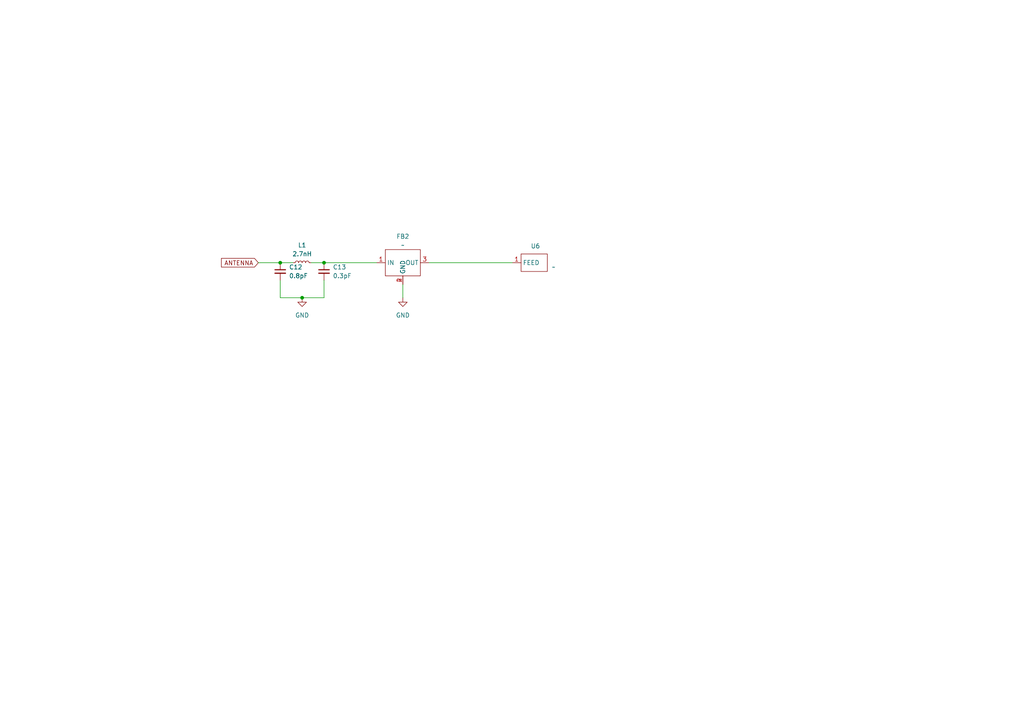
<source format=kicad_sch>
(kicad_sch (version 20250114) (generator "eeschema") (generator_version "9.0")
  (paper "A4")
  (lib_symbols
    (symbol "DLF162500LT-5028A1:LOWPASS"
      (property "Reference" "FB" (at 0 0 0))
      (symbol "LOWPASS_0_1"
        (rectangle (start -5.08 3.81) (end 5.08 -3.81))
      )
      (symbol "LOWPASS_1_1"
        (pin input line (at -7.62 0 0) (length 2.54) (name "IN") (number "1"))
        (pin power_in line (at 0 -6.35 90) (length 2.54) (name "GND") (number "2"))
        (pin power_in line (at 0 -6.35 90) (length 2.54) (name "GND") (number "4"))
        (pin output line (at 7.62 0 180) (length 2.54) (name "OUT") (number "3"))
      )
    )
    (symbol "Device:C_Small" (pin_numbers (hide yes)) (pin_names (offset 0.254) (hide yes))
      (property "Reference" "C" (at 0.254 1.778 0))
      (property "Value" "C_Small" (at 0.254 -2.032 0))
      (symbol "C_Small_0_1"
        (polyline (pts (xy -1.524 0.508) (xy 1.524 0.508)) (stroke (width 0.3048)))
        (polyline (pts (xy -1.524 -0.508) (xy 1.524 -0.508)) (stroke (width 0.3302)))
      )
      (symbol "C_Small_1_1"
        (pin passive line (at 0 2.54 270) (length 2.032) (name "~") (number "1"))
        (pin passive line (at 0 -2.54 90) (length 2.032) (name "~") (number "2"))
      )
    )
    (symbol "Device:L_Small" (pin_numbers (hide yes)) (pin_names (offset 0.254) (hide yes))
      (property "Reference" "L" (at 0.762 1.016 0))
      (property "Value" "L_Small" (at 0.762 -1.016 0))
      (symbol "L_Small_0_1"
        (arc (start 0 2.032) (mid 0.5058 1.524) (end 0 1.016))
        (arc (start 0 1.016) (mid 0.5058 0.508) (end 0 0))
        (arc (start 0 0) (mid 0.5058 -0.508) (end 0 -1.016))
        (arc (start 0 -1.016) (mid 0.5058 -1.524) (end 0 -2.032))
      )
      (symbol "L_Small_1_1"
        (pin passive line (at 0 2.54 270) (length 0.508) (name "~") (number "1"))
        (pin passive line (at 0 -2.54 90) (length 0.508) (name "~") (number "2"))
      )
    )
    (symbol "antenna:AMCA31-2R450G-S1F-T3"
      (property "Reference" "U" (at 0 0 0))
      (symbol "AMCA31-2R450G-S1F-T3_0_1"
        (rectangle (start -3.81 2.54) (end 3.81 -2.54))
      )
      (symbol "AMCA31-2R450G-S1F-T3_1_1"
        (pin input line (at -6.35 0 0) (length 2.54) (name "FEED") (number "1"))
      )
    )
    (symbol "power:GND" (power) (pin_numbers (hide yes)) (pin_names (offset 0) (hide yes))
      (property "Value" "GND" (at 0 -3.81 0))
      (symbol "GND_0_1"
        (polyline (pts (xy 0 0) (xy 0 -1.27) (xy 1.27 -1.27) (xy 0 -2.54) (xy -1.27 -1.27) (xy 0 -1.27)))
      )
      (symbol "GND_1_1"
        (pin power_in line (at 0 0 270) (length 0) (name "~") (number "1"))
      )
    )
  )
  (junction (at 87.63 86.36))
  (junction (at 93.98 76.2))
  (junction (at 81.28 76.2))
  (wire (pts (xy 81.28 81.28) (xy 81.28 86.36)))
  (wire (pts (xy 93.98 86.36) (xy 87.63 86.36)))
  (wire (pts (xy 124.46 76.2) (xy 148.59 76.2)))
  (wire (pts (xy 116.84 82.55) (xy 116.84 86.36)))
  (wire (pts (xy 74.93 76.2) (xy 81.28 76.2)))
  (wire (pts (xy 93.98 81.28) (xy 93.98 86.36)))
  (wire (pts (xy 93.98 76.2) (xy 109.22 76.2)))
  (wire (pts (xy 81.28 86.36) (xy 87.63 86.36)))
  (wire (pts (xy 81.28 76.2) (xy 85.09 76.2)))
  (wire (pts (xy 90.17 76.2) (xy 93.98 76.2)))
  (global_label "ANTENNA" (shape input) (at 74.93 76.2 180) (property "Intersheetrefs" "${INTERSHEET_REFS}" (effects (hide yes))))
  (symbol (lib_id "power:GND") (at 87.63 86.36 0) (unit 1)
    (property "Reference" "#PWR014" (effects (hide yes)))
    (property "Value" "GND" (at 87.63 91.44 0))
    (property "Description" "Power symbol creates a global label with name \"GND\" , ground" (effects (hide yes)))
  )
  (symbol (lib_id "Device:L_Small") (at 87.63 76.2 90) (unit 1)
    (property "Reference" "L1" (at 87.63 71.12 90))
    (property "Value" "2.7nH" (at 87.63 73.66 90))
    (property "Description" "Inductor, small symbol" (effects (hide yes)))
  )
  (symbol (lib_id "Device:C_Small") (at 81.28 78.74 0) (unit 1)
    (property "Reference" "C12" (at 83.82 77.4762 0) (effects (justify left)))
    (property "Value" "0.8pF" (at 83.82 80.0162 0) (effects (justify left)))
    (property "Description" "Unpolarized capacitor, small symbol" (effects (hide yes)))
  )
  (symbol (lib_id "DLF162500LT-5028A1:LOWPASS") (at 116.84 76.2 0) (unit 1)
    (property "Reference" "FB2" (at 116.84 68.58 0))
    (property "Value" "~" (at 116.84 71.12 0))
    (property "Footprint" "DLF162500LT-5028A1:LOWPASS" (effects (hide yes)))
    (property "Datasheet" "https://product.tdk.com/system/files/dam/doc/product/rf/rf/filter/catalog/rf_lpf_dlf162500lt-5028a1_en.pdf" (effects (hide yes)))
    (property "Description" "LowPassFilter_2400-2500MHz" (effects (hide yes)))
  )
  (symbol (lib_id "power:GND") (at 116.84 86.36 0) (unit 1)
    (property "Reference" "#PWR015" (effects (hide yes)))
    (property "Value" "GND" (at 116.84 91.44 0))
    (property "Description" "Power symbol creates a global label with name \"GND\" , ground" (effects (hide yes)))
  )
  (symbol (lib_id "antenna:AMCA31-2R450G-S1F-T3") (at 154.94 76.2 0) (unit 1)
    (property "Reference" "U6" (at 153.924 71.374 0) (effects (justify left)))
    (property "Value" "~" (at 160.02 77.47 0) (effects (justify left)))
    (property "Footprint" "antenna:AMCA31-2R450G-S1F-T3" (effects (hide yes)))
    (property "Datasheet" "https://www.mouser.fr/datasheet/3/184/1/AMCA31-2R450G-S1F-T3.pdf" (effects (hide yes)))
    (property "Description" "2,4GHz_Chip_antenna" (effects (hide yes)))
  )
  (symbol (lib_id "Device:C_Small") (at 93.98 78.74 0) (unit 1)
    (property "Reference" "C13" (at 96.52 77.4762 0) (effects (justify left)))
    (property "Value" "0.3pF" (at 96.52 80.0162 0) (effects (justify left)))
    (property "Description" "Unpolarized capacitor, small symbol" (effects (hide yes)))
  )
)
</source>
